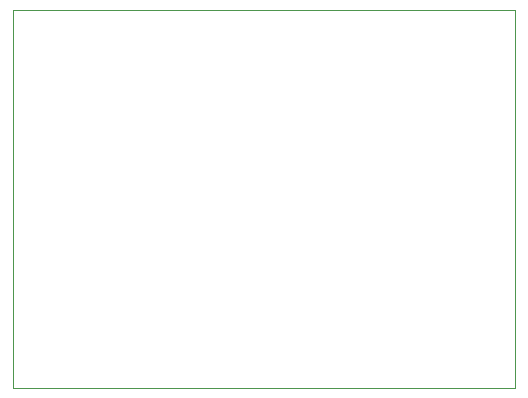
<source format=gbr>
%TF.GenerationSoftware,KiCad,Pcbnew,7.0.5-4d25ed1034~172~ubuntu23.04.1*%
%TF.CreationDate,2023-06-02T17:13:36+03:00*%
%TF.ProjectId,nrf52840_dev,6e726635-3238-4343-905f-6465762e6b69,rev?*%
%TF.SameCoordinates,Original*%
%TF.FileFunction,Profile,NP*%
%FSLAX46Y46*%
G04 Gerber Fmt 4.6, Leading zero omitted, Abs format (unit mm)*
G04 Created by KiCad (PCBNEW 7.0.5-4d25ed1034~172~ubuntu23.04.1) date 2023-06-02 17:13:36*
%MOMM*%
%LPD*%
G01*
G04 APERTURE LIST*
%TA.AperFunction,Profile*%
%ADD10C,0.100000*%
%TD*%
G04 APERTURE END LIST*
D10*
X78260000Y-72490000D02*
X120780000Y-72490000D01*
X120780000Y-104500000D01*
X78260000Y-104500000D01*
X78260000Y-72490000D01*
M02*

</source>
